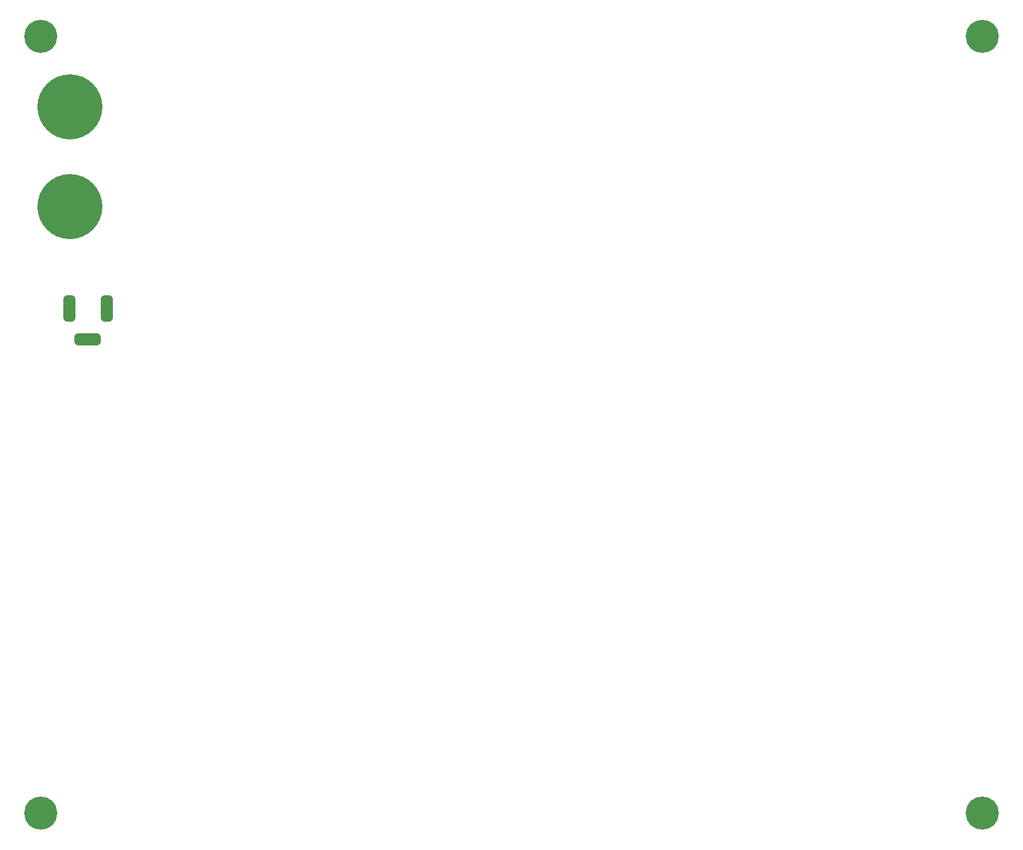
<source format=gbl>
G04*
G04 #@! TF.GenerationSoftware,Altium Limited,Altium Designer,24.1.2 (44)*
G04*
G04 Layer_Physical_Order=2*
G04 Layer_Color=16711680*
%FSLAX25Y25*%
%MOIN*%
G70*
G04*
G04 #@! TF.SameCoordinates,70FD0B9D-AE47-40E7-AF1A-83360670B04A*
G04*
G04*
G04 #@! TF.FilePolarity,Positive*
G04*
G01*
G75*
G04:AMPARAMS|DCode=16|XSize=157.48mil|YSize=70.87mil|CornerRadius=17.72mil|HoleSize=0mil|Usage=FLASHONLY|Rotation=180.000|XOffset=0mil|YOffset=0mil|HoleType=Round|Shape=RoundedRectangle|*
%AMROUNDEDRECTD16*
21,1,0.15748,0.03543,0,0,180.0*
21,1,0.12205,0.07087,0,0,180.0*
1,1,0.03543,-0.06102,0.01772*
1,1,0.03543,0.06102,0.01772*
1,1,0.03543,0.06102,-0.01772*
1,1,0.03543,-0.06102,-0.01772*
%
%ADD16ROUNDEDRECTD16*%
G04:AMPARAMS|DCode=17|XSize=157.48mil|YSize=70.87mil|CornerRadius=17.72mil|HoleSize=0mil|Usage=FLASHONLY|Rotation=90.000|XOffset=0mil|YOffset=0mil|HoleType=Round|Shape=RoundedRectangle|*
%AMROUNDEDRECTD17*
21,1,0.15748,0.03543,0,0,90.0*
21,1,0.12205,0.07087,0,0,90.0*
1,1,0.03543,0.01772,0.06102*
1,1,0.03543,0.01772,-0.06102*
1,1,0.03543,-0.01772,-0.06102*
1,1,0.03543,-0.01772,0.06102*
%
%ADD17ROUNDEDRECTD17*%
%ADD18C,0.39370*%
%ADD19C,0.20000*%
D16*
X43189Y301602D02*
D03*
D17*
X32165Y320500D02*
D03*
X55000D02*
D03*
D18*
X32500Y381936D02*
D03*
Y442500D02*
D03*
D19*
X15000Y15000D02*
D03*
X585000Y15000D02*
D03*
X585000Y485000D02*
D03*
X15000Y485000D02*
D03*
M02*

</source>
